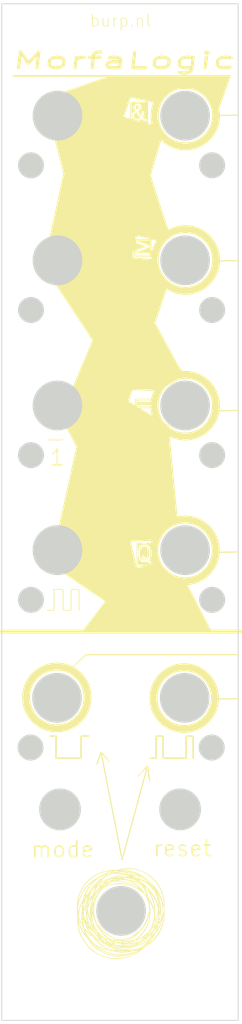
<source format=kicad_pcb>
(kicad_pcb (version 20221018) (generator pcbnew)
  (layers (0 "F.Cu" signal) (31 "B.Cu" signal) (34 "B.Paste" user) (35 "F.Paste" user) (36 "B.SilkS" user "B.Silkscreen") (37 "F.SilkS" user "F.Silkscreen") (38 "B.Mask" user) (39 "F.Mask" user) (44 "Edge.Cuts" user))
  (net 0 "")
  (footprint "MountingHole:MountingHole_3.2mm_M3" (layer "F.Cu") (at -31.016 -144.931)
    (fp_text reference "REF**" hide)
    (fp_text value "MountingHole_3.2mm_M3" hide)
    (pad "" np_thru_hole oval (at 0 0) (size 7 3.2) (drill oval 7 3.2) (layers "*.Cu" "*.Mask"))
  )
  (footprint "" (layer "F.Cu") (at -11.049 -22.431)
    (fp_text reference "" (at 0 0) (layer "F.SilkS") (effects (font (size 1.27 1.27))))
    (fp_text value "" (at 0 0) (layer "F.SilkS") (effects (font (size 1.27 1.27))))
    (pad "" np_thru_hole oval (at 0 0) (size 7 3.2) (drill oval 7 3.2) (layers "*.Cu" "*.Mask"))
  )
  (footprint "" (layer "F.Cu") (at -11.049 -144.931)
    (fp_text reference "" (at 0 0) (layer "F.SilkS") (effects (font (size 1.27 1.27))))
    (fp_text value "" (at 0 0) (layer "F.SilkS") (effects (font (size 1.27 1.27))))
    (pad "" np_thru_hole oval (at 0 0) (size 7 3.2) (drill oval 7 3.2) (layers "*.Cu" "*.Mask"))
  )
  (footprint "MountingHole:MountingHole_3.2mm_M3" (layer "F.Cu") (at -31.016 -22.431)
    (fp_text reference "REF**" hide)
    (fp_text value "MountingHole_3.2mm_M3" hide)
    (pad "" np_thru_hole oval (at 0 0) (size 7 3.2) (drill oval 7 3.2) (layers "*.Cu" "*.Mask"))
  )
  (gr_line (start -9.026165 -96.4692) (end -6.223 -96.52) (stroke (width 0.15)) (layer "F.SilkS"))
  (gr_circle (center -20.89882 -33.526443) (end -16.19982 -32.133682) (stroke (width 0.1)) (fill none) (layer "F.SilkS"))
  (gr_line (start -17.5895 -51.6255) (end -17.3355 -49.7205) (stroke (width 0.15)) (layer "F.SilkS"))
  (gr_line (start -29.464 -73.914) (end -28.321 -73.914) (stroke (width 0.1)) (layer "F.SilkS"))
  (gr_line (start -20.828 -39.751) (end -23.495 -53.34) (stroke (width 0.15)) (layer "F.SilkS"))
  (gr_circle (center -12.817835 -97.1296) (end -8.9154 -97.1296) (stroke (width 1)) (fill none) (layer "F.SilkS"))
  (gr_line (start -15.621 -55.372) (end -15.621 -52.578) (stroke (width 0.2)) (layer "F.SilkS"))
  (gr_line (start -17.5895 -51.6255) (end -18.796 -50.292) (stroke (width 0.15)) (layer "F.SilkS"))
  (gr_line (start -30.099 -92.837) (end -28.448 -92.837) (stroke (width 0.2)) (layer "F.SilkS"))
  (gr_circle (center -20.701 -33.719841) (end -16.191159 -33.719841) (stroke (width 0.1)) (fill none) (layer "F.SilkS"))
  (gr_line (start -29.464 -71.247) (end -29.464 -73.914) (stroke (width 0.1)) (layer "F.SilkS"))
  (gr_circle (center -20.074745 -32.888761) (end -15.756745 -31.347022) (stroke (width 0.1)) (fill none) (layer "F.SilkS"))
  (gr_circle (center -29.1084 -60.2488) (end -25.205965 -60.2488) (stroke (width 1)) (fill none) (layer "F.SilkS"))
  (gr_circle (center -12.944835 -60.1726) (end -9.0424 -60.1726) (stroke (width 1)) (fill none) (layer "F.SilkS"))
  (gr_line (start -27.305 -71.247) (end -27.305 -73.914) (stroke (width 0.1)) (layer "F.SilkS"))
  (gr_line (start -28.321 -73.914) (end -28.321 -71.247) (stroke (width 0.1)) (layer "F.SilkS"))
  (gr_circle (center -20.713984 -32.639) (end -16.395984 -31.097261) (stroke (width 0.1)) (fill none) (layer "F.SilkS"))
  (gr_poly (pts (xy -7.112 -138.811) (xy -8.899165 -133.8072) (xy -10.668 -137.16) (xy -15.367 -137.287) (xy -16.637 -138.049) (xy -16.383 -138.811)) (stroke (width 0.15)) (fill solid) (layer "F.SilkS"))
  (gr_circle (center -21.926664 -33.7955) (end -17.608664 -32.253761) (stroke (width 0.1)) (fill none) (layer "F.SilkS"))
  (gr_line (start -16.51 -52.578) (end -16.51 -55.372) (stroke (width 0.2)) (layer "F.SilkS"))
  (gr_circle (center -20.193 -33.34368) (end -16.180941 -31.94668) (stroke (width 0.1)) (fill none) (layer "F.SilkS"))
  (gr_line (start -5.842 -68.58) (end -36.068 -68.58) (stroke (width 0.5)) (layer "F.SilkS"))
  (gr_circle (center -21.52032 -33.147) (end -17.508261 -31.75) (stroke (width 0.1)) (fill none) (layer "F.SilkS"))
  (gr_circle (center -20.078984 -34.036) (end -15.760984 -32.494261) (stroke (width 0.1)) (fill none) (layer "F.SilkS"))
  (gr_poly (pts (xy -19.939 -99.187) (xy -16.129 -99.06) (xy -12.817835 -101.032035) (xy -13.716 -102.108) (xy -16.764 -107.696)) (stroke (width 0.15)) (fill solid) (layer "F.SilkS"))
  (gr_line (start -30.353 -71.247) (end -29.464 -71.247) (stroke (width 0.1)) (layer "F.SilkS"))
  (gr_line (start -27.305 -73.914) (end -26.289 -73.914) (stroke (width 0.1)) (layer "F.SilkS"))
  (gr_poly (pts (xy -12.843235 -74.939165) (xy -16.891 -76.962) (xy -19.685 -76.581) (xy -25.908 -68.453) (xy -9.525 -68.58)) (stroke (width 0.15)) (fill solid) (layer "F.SilkS"))
  (gr_line (start -28.321 -71.247) (end -27.305 -71.247) (stroke (width 0.1)) (layer "F.SilkS"))
  (gr_poly (pts (xy -19.812 -80.01) (xy -17.145 -68.58) (xy -29.845 -77.089) (xy -26.543 -91.948) (xy -28.575 -95.758) (xy -24.511 -105.41) (xy -30.734 -114.808) (xy -28.194 -126.492) (xy -30.607 -135.89) (xy -16.383 -132.461) (xy -19.558 -115.824) (xy -16.704035 -115.5446) (xy -15.24 -111.887) (xy -20.066 -97.663) (xy -14.986 -94.615) (xy -13.843 -82.744035) (xy -16.764 -80.137)) (stroke (width 0.15)) (fill solid) (layer "F.SilkS"))
  (gr_line (start -29.972 -55.372) (end -29.21 -55.372) (stroke (width 0.2)) (layer "F.SilkS"))
  (gr_line (start -17.3355 -49.7205) (end -17.5895 -51.6255) (stroke (width 0.15)) (layer "F.SilkS"))
  (gr_circle (center -21.221984 -32.131) (end -16.903984 -30.589261) (stroke (width 0.1)) (fill none) (layer "F.SilkS"))
  (gr_circle (center -20.701 -33.526443) (end -16.191159 -32.191602) (stroke (width 0.1)) (fill none) (layer "F.SilkS"))
  (gr_line (start -22.479 -52.197) (end -23.495 -53.34) (stroke (width 0.15)) (layer "F.SilkS"))
  (gr_circle (center -21.59 -33.142761) (end -16.891 -31.75) (stroke (width 0.1)) (fill none) (layer "F.SilkS"))
  (gr_line (start -16.51 -55.372) (end -15.621 -55.372) (stroke (width 0.2)) (layer "F.SilkS"))
  (gr_line (start -20.828 -39.751) (end -17.5895 -51.6255) (stroke (width 0.15)) (layer "F.SilkS"))
  (gr_line (start -15.621 -52.578) (end -12.7 -52.578) (stroke (width 0.2)) (layer "F.SilkS"))
  (gr_circle (center -20.193 -33.291739) (end -15.875 -31.75) (stroke (width 0.1)) (fill none) (layer "F.SilkS"))
  (gr_line (start -26.289 -73.914) (end -26.289 -71.247) (stroke (width 0.1)) (layer "F.SilkS"))
  (gr_line (start -8.894582 -115.4176) (end -6.091417 -115.4684) (stroke (width 0.15)) (layer "F.SilkS"))
  (gr_line (start -11.811 -55.372) (end -11.811 -52.578) (stroke (width 0.2)) (layer "F.SilkS"))
  (gr_poly (pts (xy -16.256 -135.382) (xy -14.478 -138.684) (xy -22.225 -138.811) (xy -30.607 -135.89) (xy -21.844 -130.175) (xy -19.812 -136.144)) (stroke (width 0.15)) (fill solid) (layer "F.SilkS"))
  (gr_poly (pts (xy -17.272 -130.175) (xy -16.383 -132.461) (xy -21.306018 -133.7691)) (stroke (width 0.15)) (fill solid) (layer "F.SilkS"))
  (gr_line (start -29.21 -52.578) (end -26.035 -52.578) (stroke (width 0.2)) (layer "F.SilkS"))
  (gr_line (start -17.272 -52.578) (end -16.51 -52.578) (stroke (width 0.2)) (layer "F.SilkS"))
  (gr_circle (center -21.59 -33.7955) (end -17.577941 -32.3985) (stroke (width 0.1)) (fill none) (layer "F.SilkS"))
  (gr_line (start -12.7 -55.372) (end -11.811 -55.372) (stroke (width 0.2)) (layer "F.SilkS"))
  (gr_line (start -25.908 -115.4684) (end -16.704035 -115.5446) (stroke (width 0.2)) (layer "F.SilkS"))
  (gr_circle (center -12.843235 -78.8416) (end -8.9408 -78.8416) (stroke (width 1)) (fill none) (layer "F.SilkS"))
  (gr_line (start -25.019 -55.372) (end -26.035 -55.372) (stroke (width 0.2)) (layer "F.SilkS"))
  (gr_line (start -9.021582 -78.5876) (end -6.218417 -78.6384) (stroke (width 0.15)) (layer "F.SilkS"))
  (gr_circle (center -12.8016 -115.5446) (end -8.899165 -115.5446) (stroke (width 1)) (fill none) (layer "F.SilkS"))
  (gr_line (start -23.495 -53.34) (end -24.003 -51.816) (stroke (width 0.15)) (layer "F.SilkS"))
  (gr_poly (pts (xy -16.129 -122.682) (xy -14.859 -118.872) (xy -16.256 -117.983) (xy -19.304 -118.745) (xy -19.939 -133.223) (xy -15.875 -130.937) (xy -17.272 -126.238)) (stroke (width 0.15)) (fill solid) (layer "F.SilkS"))
  (gr_line (start -12.7 -52.578) (end -12.7 -55.372) (stroke (width 0.2)) (layer "F.SilkS"))
  (gr_circle (center -21.538059 -32.131) (end -16.839059 -30.738239) (stroke (width 0.1)) (fill none) (layer "F.SilkS"))
  (gr_circle (center -12.8016 -133.8072) (end -8.899165 -133.8072) (stroke (width 1)) (fill none) (layer "F.SilkS"))
  (gr_line (start -8.899165 -133.8072) (end -6.096 -133.858) (stroke (width 0.15)) (layer "F.SilkS"))
  (gr_circle (center -20.193 -32.888761) (end -15.683159 -31.55392) (stroke (width 0.1)) (fill none) (layer "F.SilkS"))
  (gr_circle (center -21.030059 -32.639) (end -16.331059 -31.246239) (stroke (width 0.1)) (fill none) (layer "F.SilkS"))
  (gr_line (start -26.035 -55.372) (end -26.035 -52.578) (stroke (width 0.2)) (layer "F.SilkS"))
  (gr_line (start -7.112 -138.811) (end -34.671 -138.811) (stroke (width 0.2)) (layer "F.SilkS"))
  (gr_line (start -9.021582 -60.0456) (end -6.218417 -60.0964) (stroke (width 0.15)) (layer "F.SilkS"))
  (gr_line (start -27.178 -64.008) (end -25.4 -65.659) (stroke (width 0.15)) (layer "F.SilkS"))
  (gr_line (start -29.21 -55.372) (end -29.21 -52.578) (stroke (width 0.2)) (layer "F.SilkS"))
  (gr_line (start -25.4 -65.659) (end -6.096 -65.659) (stroke (width 0.15)) (layer "F.SilkS"))
  (gr_circle (center -9.398 -72.588) (end -7.798 -72.588) (stroke (width 0.1)) (fill solid) (layer "Edge.Cuts"))
  (gr_circle (center -12.827 -78.867) (end -9.727 -78.867) (stroke (width 0.1)) (fill solid) (layer "Edge.Cuts"))
  (gr_circle (center -29.027 -133.787) (end -25.927 -133.787) (stroke (width 0.1)) (fill solid) (layer "Edge.Cuts"))
  (gr_circle (center -29.083 -60.198) (end -25.983 -60.198) (stroke (width 0.1)) (fill solid) (layer "Edge.Cuts"))
  (gr_circle (center -12.827 -133.787) (end -9.727 -133.787) (stroke (width 0.1)) (fill solid) (layer "Edge.Cuts"))
  (gr_rect (start -36.096 -147.931) (end -6.096 -19.431) (stroke (width 0.1)) (fill none) (layer "Edge.Cuts"))
  (gr_circle (center -20.955 -33.274) (end -17.855 -33.274) (stroke (width 0.1)) (fill solid) (layer "Edge.Cuts"))
  (gr_circle (center -9.398 -127.508) (end -7.798 -127.508) (stroke (width 0.1)) (fill solid) (layer "Edge.Cuts"))
  (gr_circle (center -12.827 -97.155) (end -9.727 -97.155) (stroke (width 0.1)) (fill solid) (layer "Edge.Cuts"))
  (gr_circle (center -12.883 -60.198) (end -9.783 -60.198) (stroke (width 0.1)) (fill solid) (layer "Edge.Cuts"))
  (gr_circle (center -9.454 -53.919) (end -7.854 -53.919) (stroke (width 0.1)) (fill solid) (layer "Edge.Cuts"))
  (gr_circle (center -28.702 -46.101) (end -26.102 -46.101) (stroke (width 0.1)) (fill solid) (layer "Edge.Cuts"))
  (gr_circle (center -12.827 -115.499) (end -9.727 -115.499) (stroke (width 0.1)) (fill solid) (layer "Edge.Cuts"))
  (gr_circle (center -32.385 -109.22) (end -30.785 -109.22) (stroke (width 0.1)) (fill solid) (layer "Edge.Cuts"))
  (gr_circle (center -13.462 -46.101) (end -10.862 -46.101) (stroke (width 0.1)) (fill solid) (layer "Edge.Cuts"))
  (gr_circle (center -29.027 -115.499) (end -25.927 -115.499) (stroke (width 0.1)) (fill solid) (layer "Edge.Cuts"))
  (gr_circle (center -29.027 -78.867) (end -25.927 -78.867) (stroke (width 0.1)) (fill solid) (layer "Edge.Cuts"))
  (gr_circle (center -32.385 -72.588) (end -30.785 -72.588) (stroke (width 0.1)) (fill solid) (layer "Edge.Cuts"))
  (gr_circle (center -29.027 -97.155) (end -25.927 -97.155) (stroke (width 0.1)) (fill solid) (layer "Edge.Cuts"))
  (gr_circle (center -32.385 -90.876) (end -30.785 -90.876) (stroke (width 0.1)) (fill solid) (layer "Edge.Cuts"))
  (gr_circle (center -9.398 -90.876) (end -7.798 -90.876) (stroke (width 0.1)) (fill solid) (layer "Edge.Cuts"))
  (gr_circle (center -32.441 -53.919) (end -30.841 -53.919) (stroke (width 0.1)) (fill solid) (layer "Edge.Cuts"))
  (gr_circle (center -9.398 -109.22) (end -7.798 -109.22) (stroke (width 0.1)) (fill solid) (layer "Edge.Cuts"))
  (gr_circle (center -32.385 -127.508) (end -30.785 -127.508) (stroke (width 0.1)) (fill solid) (layer "Edge.Cuts"))
  (gr_text "≥" (at -19.558 -115.951) (layer "F.SilkS" knockout) (effects (font (size 2 2) (thickness 0.2)) (justify left bottom)))
  (gr_text "Q" (at -19.177 -77.216) (layer "F.SilkS" knockout) (effects (font (size 2 2) (thickness 0.2)) (justify left bottom)))
  (gr_text "burp.nl" (at -25.019 -144.907) (layer "F.SilkS") (effects (font (size 1.5 1.5) (thickness 0.1)) (justify left bottom)))
  (gr_text "MorfaLogic" (at -35.052 -139.573) (layer "F.SilkS") (effects (font (size 2 3.5) (thickness 0.4) bold italic) (justify left bottom)))
  (gr_text "reset" (at -17.018 -40.005) (layer "F.SilkS") (effects (font (size 2 2) (thickness 0.2)) (justify left bottom)))
  (gr_text "1" (at -30.1244 -89.408) (layer "F.SilkS") (effects (font (size 2 2) (thickness 0.2)) (justify left bottom)))
  (gr_text "mode" (at -32.512 -39.878) (layer "F.SilkS") (effects (font (size 2 2) (thickness 0.2)) (justify left bottom)))
  (gr_text "&" (at -20.066 -132.969) (layer "F.SilkS" knockout) (effects (font (size 2 2) (thickness 0.2)) (justify left bottom)))
  (gr_text "=" (at -19.431 -96.393) (layer "F.SilkS" knockout) (effects (font (size 2 2) (thickness 0.2)) (justify left bottom)))
)
</source>
